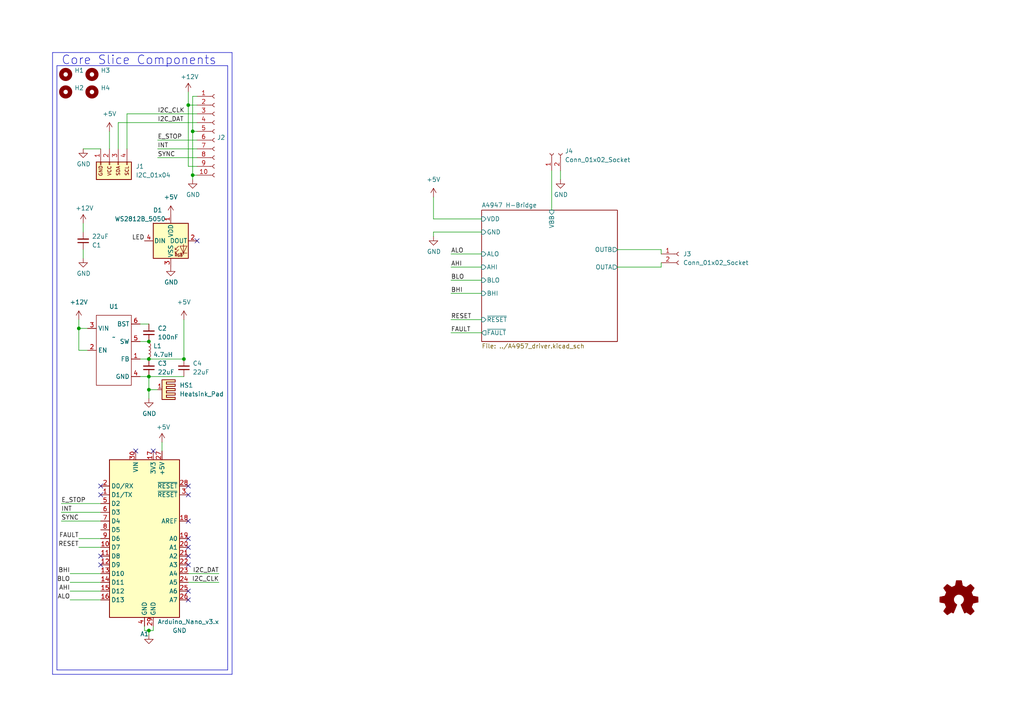
<source format=kicad_sch>
(kicad_sch (version 20231120) (generator "eeschema") (generator_version "8.0")
  (paper "A4")
  (lib_symbols
    (symbol "Connector:Conn_01x02_Socket" (pin_names (offset 1.016) hide)
      (property "Reference" "J" (at 0 2.54 0))
      (property "Value" "Conn_01x02_Socket" (at 0 -5.08 0))
      (symbol "Conn_01x02_Socket_1_1"
        (arc (start 0 -2.032) (mid -0.5058 -2.54) (end 0 -3.048) (stroke (width 0.1524)))
        (polyline (pts (xy -1.27 -2.54) (xy -0.508 -2.54)) (stroke (width 0.1524)))
        (polyline (pts (xy -1.27 0) (xy -0.508 0)) (stroke (width 0.1524)))
        (arc (start 0 0.508) (mid -0.5058 0) (end 0 -0.508) (stroke (width 0.1524)))
        (pin passive line (at -5.08 0 0) (length 3.81) (name "Pin_1") (number "1"))
        (pin passive line (at -5.08 -2.54 0) (length 3.81) (name "Pin_2") (number "2"))
      )
    )
    (symbol "Connector:Conn_01x10_Female" (pin_names (offset 1.016) hide)
      (property "Reference" "J" (at 0 12.7 0))
      (property "Value" "Conn_01x10_Female" (at 0 -15.24 0))
      (symbol "Conn_01x10_Female_1_1"
        (arc (start 0 -12.192) (mid -0.5058 -12.7) (end 0 -13.208) (stroke (width 0.1524)))
        (arc (start 0 -9.652) (mid -0.5058 -10.16) (end 0 -10.668) (stroke (width 0.1524)))
        (arc (start 0 -7.112) (mid -0.5058 -7.62) (end 0 -8.128) (stroke (width 0.1524)))
        (arc (start 0 -4.572) (mid -0.5058 -5.08) (end 0 -5.588) (stroke (width 0.1524)))
        (arc (start 0 -2.032) (mid -0.5058 -2.54) (end 0 -3.048) (stroke (width 0.1524)))
        (polyline (pts (xy -1.27 -12.7) (xy -0.508 -12.7)) (stroke (width 0.1524)))
        (polyline (pts (xy -1.27 -10.16) (xy -0.508 -10.16)) (stroke (width 0.1524)))
        (polyline (pts (xy -1.27 -7.62) (xy -0.508 -7.62)) (stroke (width 0.1524)))
        (polyline (pts (xy -1.27 -5.08) (xy -0.508 -5.08)) (stroke (width 0.1524)))
        (polyline (pts (xy -1.27 -2.54) (xy -0.508 -2.54)) (stroke (width 0.1524)))
        (polyline (pts (xy -1.27 0) (xy -0.508 0)) (stroke (width 0.1524)))
        (polyline (pts (xy -1.27 2.54) (xy -0.508 2.54)) (stroke (width 0.1524)))
        (polyline (pts (xy -1.27 5.08) (xy -0.508 5.08)) (stroke (width 0.1524)))
        (polyline (pts (xy -1.27 7.62) (xy -0.508 7.62)) (stroke (width 0.1524)))
        (polyline (pts (xy -1.27 10.16) (xy -0.508 10.16)) (stroke (width 0.1524)))
        (arc (start 0 0.508) (mid -0.5058 0) (end 0 -0.508) (stroke (width 0.1524)))
        (arc (start 0 3.048) (mid -0.5058 2.54) (end 0 2.032) (stroke (width 0.1524)))
        (arc (start 0 5.588) (mid -0.5058 5.08) (end 0 4.572) (stroke (width 0.1524)))
        (arc (start 0 8.128) (mid -0.5058 7.62) (end 0 7.112) (stroke (width 0.1524)))
        (arc (start 0 10.668) (mid -0.5058 10.16) (end 0 9.652) (stroke (width 0.1524)))
        (pin passive line (at -5.08 10.16 0) (length 3.81) (name "Pin_1") (number "1"))
        (pin passive line (at -5.08 -12.7 0) (length 3.81) (name "Pin_10") (number "10"))
        (pin passive line (at -5.08 7.62 0) (length 3.81) (name "Pin_2") (number "2"))
        (pin passive line (at -5.08 5.08 0) (length 3.81) (name "Pin_3") (number "3"))
        (pin passive line (at -5.08 2.54 0) (length 3.81) (name "Pin_4") (number "4"))
        (pin passive line (at -5.08 0 0) (length 3.81) (name "Pin_5") (number "5"))
        (pin passive line (at -5.08 -2.54 0) (length 3.81) (name "Pin_6") (number "6"))
        (pin passive line (at -5.08 -5.08 0) (length 3.81) (name "Pin_7") (number "7"))
        (pin passive line (at -5.08 -7.62 0) (length 3.81) (name "Pin_8") (number "8"))
        (pin passive line (at -5.08 -10.16 0) (length 3.81) (name "Pin_9") (number "9"))
      )
    )
    (symbol "Device:C_Small" (pin_numbers hide) (pin_names (offset 0.254) hide)
      (property "Reference" "C" (at 0.254 1.778 0))
      (property "Value" "C_Small" (at 0.254 -2.032 0))
      (symbol "C_Small_0_1"
        (polyline (pts (xy -1.524 -0.508) (xy 1.524 -0.508)) (stroke (width 0.3302)))
        (polyline (pts (xy -1.524 0.508) (xy 1.524 0.508)) (stroke (width 0.3048)))
      )
      (symbol "C_Small_1_1"
        (pin passive line (at 0 2.54 270) (length 2.032) (name "~") (number "1"))
        (pin passive line (at 0 -2.54 90) (length 2.032) (name "~") (number "2"))
      )
    )
    (symbol "Device:L_Small" (pin_numbers hide) (pin_names (offset 0.254) hide)
      (property "Reference" "L" (at 0.762 1.016 0))
      (property "Value" "L_Small" (at 0.762 -1.016 0))
      (symbol "L_Small_0_1"
        (arc (start 0 -2.032) (mid 0.5058 -1.524) (end 0 -1.016))
        (arc (start 0 -1.016) (mid 0.5058 -0.508) (end 0 0))
        (arc (start 0 0) (mid 0.5058 0.508) (end 0 1.016))
        (arc (start 0 1.016) (mid 0.5058 1.524) (end 0 2.032))
      )
      (symbol "L_Small_1_1"
        (pin passive line (at 0 2.54 270) (length 0.508) (name "~") (number "1"))
        (pin passive line (at 0 -2.54 90) (length 0.508) (name "~") (number "2"))
      )
    )
    (symbol "Graphic:Logo_Open_Hardware_Small" (pin_names (offset 1.016))
      (symbol "Logo_Open_Hardware_Small_0_1"
        (polyline (pts (xy 3.3528 -4.3434) (xy 3.302 -4.318) (xy 3.175 -4.2418) (xy 2.9972 -4.1148) (xy 2.7686 -3.9624) (xy 2.54 -3.81) (xy 2.3622 -3.7084) (xy 2.2352 -3.6068) (xy 2.1844 -3.5814) (xy 2.159 -3.6068) (xy 2.0574 -3.6576) (xy 1.905 -3.7338) (xy 1.8034 -3.7846) (xy 1.6764 -3.8354) (xy 1.6002 -3.8354) (xy 1.6002 -3.8354) (xy 1.5494 -3.7338) (xy 1.4732 -3.5306) (xy 1.3462 -3.302) (xy 1.2446 -3.0226) (xy 1.1176 -2.7178) (xy 0.9652 -2.413) (xy 0.8636 -2.1082) (xy 0.7366 -1.8288) (xy 0.6604 -1.6256) (xy 0.6096 -1.4732) (xy 0.5842 -1.397) (xy 0.5842 -1.397) (xy 0.6604 -1.3208) (xy 0.7874 -1.2446) (xy 1.0414 -1.016) (xy 1.2954 -0.6858) (xy 1.4478 -0.3302) (xy 1.524 0.0762) (xy 1.4732 0.4572) (xy 1.3208 0.8128) (xy 1.0668 1.143) (xy 0.762 1.3716) (xy 0.4064 1.524) (xy 0 1.5748) (xy -0.381 1.5494) (xy -0.7366 1.397) (xy -1.0668 1.143) (xy -1.2192 0.9906) (xy -1.397 0.6604) (xy -1.524 0.3048) (xy -1.524 0.2286) (xy -1.4986 -0.1778) (xy -1.397 -0.5334) (xy -1.1938 -0.8636) (xy -0.9144 -1.143) (xy -0.8636 -1.1684) (xy -0.7366 -1.27) (xy -0.635 -1.3462) (xy -0.5842 -1.397) (xy -1.0668 -2.5908) (xy -1.143 -2.794) (xy -1.2954 -3.1242) (xy -1.397 -3.4036) (xy -1.4986 -3.6322) (xy -1.5748 -3.7846) (xy -1.6002 -3.8354) (xy -1.6002 -3.8354) (xy -1.651 -3.8354) (xy -1.7272 -3.81) (xy -1.905 -3.7338) (xy -2.0066 -3.683) (xy -2.1336 -3.6068) (xy -2.2098 -3.5814) (xy -2.2606 -3.6068) (xy -2.3622 -3.683) (xy -2.54 -3.81) (xy -2.7686 -3.9624) (xy -2.9718 -4.0894) (xy -3.1496 -4.2164) (xy -3.302 -4.318) (xy -3.3528 -4.3434) (xy -3.3782 -4.3434) (xy -3.429 -4.318) (xy -3.5306 -4.2164) (xy -3.7084 -4.064) (xy -3.937 -3.8354) (xy -3.9624 -3.81) (xy -4.1656 -3.6068) (xy -4.318 -3.4544) (xy -4.4196 -3.3274) (xy -4.445 -3.2766) (xy -4.445 -3.2766) (xy -4.4196 -3.2258) (xy -4.318 -3.0734) (xy -4.2164 -2.8956) (xy -4.064 -2.667) (xy -3.6576 -2.0828) (xy -3.8862 -1.5494) (xy -3.937 -1.3716) (xy -4.0386 -1.1684) (xy -4.0894 -1.0414) (xy -4.1148 -0.9652) (xy -4.191 -0.9398) (xy -4.318 -0.9144) (xy -4.5466 -0.8636) (xy -4.8006 -0.8128) (xy -5.0546 -0.7874) (xy -5.2578 -0.7366) (xy -5.4356 -0.7112) (xy -5.5118 -0.6858) (xy -5.5118 -0.6858) (xy -5.5372 -0.635) (xy -5.5372 -0.5588) (xy -5.5372 -0.4318) (xy -5.5626 -0.2286) (xy -5.5626 0.0762) (xy -5.5626 0.127) (xy -5.5372 0.4064) (xy -5.5372 0.635) (xy -5.5372 0.762) (xy -5.5372 0.8382) (xy -5.5372 0.8382) (xy -5.461 0.8382) (xy -5.3086 0.889) (xy -5.08 0.9144) (xy -4.826 0.9652) (xy -4.8006 0.9906) (xy -4.5466 1.0414) (xy -4.318 1.0668) (xy -4.1656 1.1176) (xy -4.0894 1.143) (xy -4.0894 1.143) (xy -4.0386 1.2446) (xy -3.9624 1.4224) (xy -3.8608 1.6256) (xy -3.7846 1.8288) (xy -3.7084 2.0066) (xy -3.6576 2.159) (xy -3.6322 2.2098) (xy -3.6322 2.2098) (xy -3.683 2.286) (xy -3.7592 2.413) (xy -3.8862 2.5908) (xy -4.064 2.8194) (xy -4.064 2.8448) (xy -4.2164 3.0734) (xy -4.3434 3.2512) (xy -4.4196 3.3782) (xy -4.445 3.4544) (xy -4.445 3.4544) (xy -4.3942 3.5052) (xy -4.2926 3.6322) (xy -4.1148 3.81) (xy -3.937 4.0132) (xy -3.8608 4.064) (xy -3.6576 4.2926) (xy -3.5052 4.4196) (xy -3.4036 4.4958) (xy -3.3528 4.5212) (xy -3.3528 4.5212) (xy -3.302 4.4704) (xy -3.1496 4.3688) (xy -2.9718 4.2418) (xy -2.7432 4.0894) (xy -2.7178 4.0894) (xy -2.4892 3.937) (xy -2.3114 3.81) (xy -2.1844 3.7084) (xy -2.1336 3.683) (xy -2.1082 3.683) (xy -2.032 3.7084) (xy -1.8542 3.7592) (xy -1.6764 3.8354) (xy -1.4732 3.937) (xy -1.27 4.0132) (xy -1.143 4.064) (xy -1.0668 4.1148) (xy -1.0668 4.1148) (xy -1.0414 4.191) (xy -1.016 4.3434) (xy -0.9652 4.572) (xy -0.9144 4.8514) (xy -0.889 4.9022) (xy -0.8382 5.1562) (xy -0.8128 5.3848) (xy -0.7874 5.5372) (xy -0.762 5.588) (xy -0.7112 5.6134) (xy -0.5842 5.6134) (xy -0.4064 5.6134) (xy -0.1524 5.6134) (xy 0.0762 5.6134) (xy 0.3302 5.6134) (xy 0.5334 5.6134) (xy 0.6858 5.588) (xy 0.7366 5.588) (xy 0.7366 5.588) (xy 0.762 5.5118) (xy 0.8128 5.334) (xy 0.8382 5.1054) (xy 0.9144 4.826) (xy 0.9144 4.7752) (xy 0.9652 4.5212) (xy 1.016 4.2926) (xy 1.0414 4.1402) (xy 1.0668 4.0894) (xy 1.0668 4.0894) (xy 1.1938 4.0386) (xy 1.3716 3.9624) (xy 1.5748 3.8608) (xy 2.0828 3.6576) (xy 2.7178 4.0894) (xy 2.7686 4.1402) (xy 2.9972 4.2926) (xy 3.175 4.4196) (xy 3.302 4.4958) (xy 3.3782 4.5212) (xy 3.3782 4.5212) (xy 3.429 4.4704) (xy 3.556 4.3434) (xy 3.7338 4.191) (xy 3.9116 3.9878) (xy 4.064 3.8354) (xy 4.2418 3.6576) (xy 4.3434 3.556) (xy 4.4196 3.4798) (xy 4.4196 3.429) (xy 4.4196 3.4036) (xy 4.3942 3.3274) (xy 4.2926 3.2004) (xy 4.1656 2.9972) (xy 4.0132 2.794) (xy 3.8862 2.5908) (xy 3.7592 2.3876) (xy 3.6576 2.2352) (xy 3.6322 2.159) (xy 3.6322 2.1336) (xy 3.683 2.0066) (xy 3.7592 1.8288) (xy 3.8608 1.6002) (xy 4.064 1.1176) (xy 4.3942 1.0414) (xy 4.5974 1.016) (xy 4.8768 0.9652) (xy 5.1308 0.9144) (xy 5.5372 0.8382) (xy 5.5626 -0.6604) (xy 5.4864 -0.6858) (xy 5.4356 -0.6858) (xy 5.2832 -0.7366) (xy 5.0546 -0.762) (xy 4.8006 -0.8128) (xy 4.5974 -0.8636) (xy 4.3688 -0.9144) (xy 4.2164 -0.9398) (xy 4.1402 -0.9398) (xy 4.1148 -0.9652) (xy 4.064 -1.0668) (xy 3.9878 -1.2446) (xy 3.9116 -1.4478) (xy 3.81 -1.651) (xy 3.7338 -1.8542) (xy 3.683 -2.0066) (xy 3.6576 -2.0828) (xy 3.683 -2.1336) (xy 3.7846 -2.2606) (xy 3.8862 -2.4638) (xy 4.0386 -2.667) (xy 4.191 -2.8956) (xy 4.318 -3.0734) (xy 4.3942 -3.2004) (xy 4.445 -3.2766) (xy 4.4196 -3.3274) (xy 4.3434 -3.429) (xy 4.1656 -3.5814) (xy 3.937 -3.8354) (xy 3.8862 -3.8608) (xy 3.683 -4.064) (xy 3.5306 -4.2164) (xy 3.4036 -4.318) (xy 3.3528 -4.3434)) (fill (type outline)))
      )
    )
    (symbol "MCU_Module:Arduino_Nano_v3.x"
      (property "Reference" "A" (at -10.16 23.495 0))
      (property "Value" "Arduino_Nano_v3.x" (at 5.08 -24.13 0))
      (symbol "Arduino_Nano_v3.x_0_1"
        (rectangle (start -10.16 22.86) (end 10.16 -22.86) (stroke (width 0.254)) (fill (type background)))
      )
      (symbol "Arduino_Nano_v3.x_1_1"
        (pin bidirectional line (at -12.7 12.7 0) (length 2.54) (name "D1/TX") (number "1"))
        (pin bidirectional line (at -12.7 -2.54 0) (length 2.54) (name "D7") (number "10"))
        (pin bidirectional line (at -12.7 -5.08 0) (length 2.54) (name "D8") (number "11"))
        (pin bidirectional line (at -12.7 -7.62 0) (length 2.54) (name "D9") (number "12"))
        (pin bidirectional line (at -12.7 -10.16 0) (length 2.54) (name "D10") (number "13"))
        (pin bidirectional line (at -12.7 -12.7 0) (length 2.54) (name "D11") (number "14"))
        (pin bidirectional line (at -12.7 -15.24 0) (length 2.54) (name "D12") (number "15"))
        (pin bidirectional line (at -12.7 -17.78 0) (length 2.54) (name "D13") (number "16"))
        (pin power_out line (at 2.54 25.4 270) (length 2.54) (name "3V3") (number "17"))
        (pin input line (at 12.7 5.08 180) (length 2.54) (name "AREF") (number "18"))
        (pin bidirectional line (at 12.7 0 180) (length 2.54) (name "A0") (number "19"))
        (pin bidirectional line (at -12.7 15.24 0) (length 2.54) (name "D0/RX") (number "2"))
        (pin bidirectional line (at 12.7 -2.54 180) (length 2.54) (name "A1") (number "20"))
        (pin bidirectional line (at 12.7 -5.08 180) (length 2.54) (name "A2") (number "21"))
        (pin bidirectional line (at 12.7 -7.62 180) (length 2.54) (name "A3") (number "22"))
        (pin bidirectional line (at 12.7 -10.16 180) (length 2.54) (name "A4") (number "23"))
        (pin bidirectional line (at 12.7 -12.7 180) (length 2.54) (name "A5") (number "24"))
        (pin bidirectional line (at 12.7 -15.24 180) (length 2.54) (name "A6") (number "25"))
        (pin bidirectional line (at 12.7 -17.78 180) (length 2.54) (name "A7") (number "26"))
        (pin power_out line (at 5.08 25.4 270) (length 2.54) (name "+5V") (number "27"))
        (pin input line (at 12.7 15.24 180) (length 2.54) (name "~{RESET}") (number "28"))
        (pin power_in line (at 2.54 -25.4 90) (length 2.54) (name "GND") (number "29"))
        (pin input line (at 12.7 12.7 180) (length 2.54) (name "~{RESET}") (number "3"))
        (pin power_in line (at -2.54 25.4 270) (length 2.54) (name "VIN") (number "30"))
        (pin power_in line (at 0 -25.4 90) (length 2.54) (name "GND") (number "4"))
        (pin bidirectional line (at -12.7 10.16 0) (length 2.54) (name "D2") (number "5"))
        (pin bidirectional line (at -12.7 7.62 0) (length 2.54) (name "D3") (number "6"))
        (pin bidirectional line (at -12.7 5.08 0) (length 2.54) (name "D4") (number "7"))
        (pin bidirectional line (at -12.7 2.54 0) (length 2.54) (name "D5") (number "8"))
        (pin bidirectional line (at -12.7 0 0) (length 2.54) (name "D6") (number "9"))
      )
    )
    (symbol "Mechanical:Heatsink_Pad" (pin_names (offset 0))
      (property "Reference" "HS" (at 0 5.715 0))
      (property "Value" "Heatsink_Pad" (at 0 3.81 0))
      (symbol "Heatsink_Pad_0_1"
        (polyline (pts (xy -0.3302 0) (xy -0.9652 0) (xy -0.9652 2.54) (xy -1.6002 2.54) (xy -1.6002 0) (xy -2.2352 0) (xy -2.2352 2.54) (xy -2.8702 2.54) (xy -2.8702 -1.27) (xy -0.9652 -1.27)) (stroke (width 0.254)) (fill (type background)))
        (polyline (pts (xy -0.3302 0) (xy -0.3302 2.54) (xy 0.3048 2.54) (xy 0.3048 0) (xy 0.9398 0) (xy 0.9398 2.54) (xy 1.5748 2.54) (xy 1.5748 0) (xy 2.2098 0) (xy 2.2098 2.54) (xy 2.8448 2.54) (xy 2.8448 -1.27) (xy -0.9652 -1.27)) (stroke (width 0.254)) (fill (type background)))
      )
      (symbol "Heatsink_Pad_1_1"
        (pin passive line (at 0 -2.54 90) (length 1.27) (name "~") (number "1"))
      )
    )
    (symbol "Mechanical:MountingHole" (pin_names (offset 1.016))
      (property "Reference" "H" (at 0 5.08 0))
      (property "Value" "MountingHole" (at 0 3.175 0))
      (symbol "MountingHole_0_1"
        (circle (center 0 0) (radius 1.27) (stroke (width 1.27)))
      )
    )
    (symbol "SparkFun-Connector:I2C_01x04" (pin_names (offset 1.016) hide)
      (property "Reference" "J" (at 0 5.08 0))
      (property "Value" "I2C_01x04" (at 0 -7.62 0))
      (symbol "I2C_01x04_1_1"
        (rectangle (start -1.27 -4.953) (end -0.508 -5.207) (stroke (width 0.1524)))
        (rectangle (start -1.27 -2.413) (end -0.508 -2.667) (stroke (width 0.1524)))
        (rectangle (start -1.27 0.127) (end -0.508 -0.127) (stroke (width 0.1524)))
        (rectangle (start -1.27 2.667) (end -0.508 2.413) (stroke (width 0.1524)))
        (rectangle (start -1.27 3.81) (end 3.81 -6.35) (stroke (width 0.254)) (fill (type background)))
        (text "GND" (at 1.27 -5.08 0) (effects (font (size 1 1))))
        (text "SCL" (at 1.27 2.54 0) (effects (font (size 1 1))))
        (text "SDA" (at 1.27 0 0) (effects (font (size 1 1))))
        (text "VCC" (at 1.27 -2.54 0) (effects (font (size 1 1))))
        (pin passive line (at -5.08 -5.08 0) (length 3.81) (name "Pin_1") (number "1"))
        (pin passive line (at -5.08 -2.54 0) (length 3.81) (name "Pin_2") (number "2"))
        (pin passive line (at -5.08 0 0) (length 3.81) (name "Pin_3") (number "3"))
        (pin passive line (at -5.08 2.54 0) (length 3.81) (name "Pin_4") (number "4"))
      )
    )
    (symbol "SparkFun-DiscreteSemi:AP63205"
      (property "Reference" "U" (at 0 7.62 0))
      (symbol "AP63205_0_1"
        (rectangle (start -5.08 6.35) (end 5.08 -13.97))
      )
      (symbol "AP63205_1_1"
        (pin input line (at 7.62 -6.35 180) (length 2.54) (name "FB") (number "1"))
        (pin input line (at -7.62 -3.81 0) (length 2.54) (name "EN") (number "2"))
        (pin input line (at -7.62 2.54 0) (length 2.54) (name "VIN") (number "3"))
        (pin input line (at 7.62 -11.43 180) (length 2.54) (name "GND") (number "4"))
        (pin input line (at 7.62 -1.27 180) (length 2.54) (name "SW") (number "5"))
        (pin input line (at 7.62 3.81 180) (length 2.54) (name "BST") (number "6"))
      )
    )
    (symbol "SparkFun-LED:WS2812B_5050" (pin_names (offset 0.254))
      (property "Reference" "D" (at 5.08 5.715 0))
      (property "Value" "WS2812B_5050" (at 1.27 -5.715 0))
      (symbol "WS2812B_5050_0_0"
        (text "RGB" (at 2.286 -4.191 0) (effects (font (size 0.762 0.762))))
      )
      (symbol "WS2812B_5050_0_1"
        (polyline (pts (xy 1.27 -3.556) (xy 1.778 -3.556)))
        (polyline (pts (xy 1.27 -2.54) (xy 1.778 -2.54)))
        (polyline (pts (xy 4.699 -3.556) (xy 2.667 -3.556)))
        (polyline (pts (xy 2.286 -2.54) (xy 1.27 -3.556) (xy 1.27 -3.048)))
        (polyline (pts (xy 2.286 -1.524) (xy 1.27 -2.54) (xy 1.27 -2.032)))
        (polyline (pts (xy 3.683 -1.016) (xy 3.683 -3.556) (xy 3.683 -4.064)))
        (polyline (pts (xy 4.699 -1.524) (xy 2.667 -1.524) (xy 3.683 -3.556) (xy 4.699 -1.524)))
        (rectangle (start 5.08 5.08) (end -5.08 -5.08) (stroke (width 0.254)) (fill (type background)))
      )
      (symbol "WS2812B_5050_1_1"
        (pin power_in line (at 0 7.62 270) (length 2.54) (name "VDD") (number "1"))
        (pin output line (at 7.62 0 180) (length 2.54) (name "DOUT") (number "2"))
        (pin power_in line (at 0 -7.62 90) (length 2.54) (name "VSS") (number "3"))
        (pin input line (at -7.62 0 0) (length 2.54) (name "DIN") (number "4"))
      )
    )
    (symbol "power:+12V" (power) (pin_names (offset 0))
      (property "Value" "+12V" (at 0 3.556 0))
      (symbol "+12V_0_1"
        (polyline (pts (xy -0.762 1.27) (xy 0 2.54)))
        (polyline (pts (xy 0 0) (xy 0 2.54)))
        (polyline (pts (xy 0 2.54) (xy 0.762 1.27)))
      )
      (symbol "+12V_1_1"
        (pin power_in line (at 0 0 90) (length 0) hide (name "+12V") (number "1"))
      )
    )
    (symbol "power:+5V" (power) (pin_names (offset 0))
      (property "Value" "+5V" (at 0 3.556 0))
      (symbol "+5V_0_1"
        (polyline (pts (xy -0.762 1.27) (xy 0 2.54)))
        (polyline (pts (xy 0 0) (xy 0 2.54)))
        (polyline (pts (xy 0 2.54) (xy 0.762 1.27)))
      )
      (symbol "+5V_1_1"
        (pin power_in line (at 0 0 90) (length 0) hide (name "+5V") (number "1"))
      )
    )
    (symbol "power:GND" (power) (pin_names (offset 0))
      (property "Value" "GND" (at 0 -3.81 0))
      (symbol "GND_0_1"
        (polyline (pts (xy 0 0) (xy 0 -1.27) (xy 1.27 -1.27) (xy 0 -2.54) (xy -1.27 -1.27) (xy 0 -1.27)))
      )
      (symbol "GND_1_1"
        (pin power_in line (at 0 0 270) (length 0) hide (name "GND") (number "1"))
      )
    )
  )
  (junction (at 54.61 30.48))
  (junction (at 43.18 109.22))
  (junction (at 55.88 50.8))
  (junction (at 43.18 99.06))
  (junction (at 43.18 113.03))
  (junction (at 43.18 104.14))
  (junction (at 22.86 95.25))
  (junction (at 53.34 104.14))
  (junction (at 55.88 38.1))
  (junction (at 43.18 182.88))
  (no_connect (at 39.37 130.81))
  (no_connect (at 54.61 171.45))
  (no_connect (at 29.21 161.29))
  (no_connect (at 29.21 143.51))
  (no_connect (at 54.61 161.29))
  (no_connect (at 54.61 173.99))
  (no_connect (at 54.61 140.97))
  (no_connect (at 54.61 158.75))
  (no_connect (at 54.61 156.21))
  (no_connect (at 54.61 151.13))
  (no_connect (at 29.21 140.97))
  (no_connect (at 54.61 143.51))
  (no_connect (at 44.45 130.81))
  (no_connect (at 29.21 163.83))
  (no_connect (at 54.61 163.83))
  (no_connect (at 57.15 69.85))
  (wire (pts (xy 54.61 30.48) (xy 57.15 30.48)))
  (wire (pts (xy 54.61 26.67) (xy 54.61 30.48)))
  (wire (pts (xy 22.86 156.21) (xy 29.21 156.21)))
  (polyline (pts (xy 15.24 195.58) (xy 67.31 195.58)))
  (wire (pts (xy 41.91 181.61) (xy 41.91 182.88)))
  (wire (pts (xy 22.86 95.25) (xy 25.4 95.25)))
  (wire (pts (xy 40.64 109.22) (xy 43.18 109.22)))
  (wire (pts (xy 130.81 73.66) (xy 139.7 73.66)))
  (wire (pts (xy 36.83 33.02) (xy 57.15 33.02)))
  (wire (pts (xy 43.18 104.14) (xy 53.34 104.14)))
  (wire (pts (xy 179.07 77.47) (xy 191.77 77.47)))
  (wire (pts (xy 43.18 115.57) (xy 43.18 113.03)))
  (wire (pts (xy 40.64 99.06) (xy 43.18 99.06)))
  (wire (pts (xy 130.81 81.28) (xy 139.7 81.28)))
  (wire (pts (xy 57.15 50.8) (xy 55.88 50.8)))
  (wire (pts (xy 24.13 72.39) (xy 24.13 74.93)))
  (wire (pts (xy 57.15 48.26) (xy 54.61 48.26)))
  (wire (pts (xy 29.21 146.05) (xy 17.78 146.05)))
  (wire (pts (xy 36.83 43.18) (xy 36.83 33.02)))
  (wire (pts (xy 34.29 43.18) (xy 34.29 35.56)))
  (wire (pts (xy 20.32 166.37) (xy 29.21 166.37)))
  (wire (pts (xy 43.18 182.88) (xy 44.45 182.88)))
  (polyline (pts (xy 15.24 15.24) (xy 15.24 195.58)))
  (wire (pts (xy 40.64 93.98) (xy 43.18 93.98)))
  (wire (pts (xy 20.32 171.45) (xy 29.21 171.45)))
  (wire (pts (xy 45.72 43.18) (xy 57.15 43.18)))
  (wire (pts (xy 162.56 49.53) (xy 162.56 52.07)))
  (wire (pts (xy 44.45 182.88) (xy 44.45 181.61)))
  (wire (pts (xy 46.99 128.27) (xy 46.99 130.81)))
  (wire (pts (xy 55.88 52.07) (xy 55.88 50.8)))
  (wire (pts (xy 130.81 85.09) (xy 139.7 85.09)))
  (wire (pts (xy 125.73 67.31) (xy 139.7 67.31)))
  (polyline (pts (xy 66.04 19.05) (xy 16.51 19.05)))
  (wire (pts (xy 55.88 27.94) (xy 57.15 27.94)))
  (wire (pts (xy 191.77 77.47) (xy 191.77 76.2)))
  (wire (pts (xy 53.34 104.14) (xy 53.34 92.71)))
  (wire (pts (xy 55.88 38.1) (xy 55.88 27.94)))
  (wire (pts (xy 139.7 63.5) (xy 125.73 63.5)))
  (wire (pts (xy 24.13 43.18) (xy 29.21 43.18)))
  (wire (pts (xy 130.81 92.71) (xy 139.7 92.71)))
  (wire (pts (xy 45.72 45.72) (xy 57.15 45.72)))
  (wire (pts (xy 17.78 148.59) (xy 29.21 148.59)))
  (wire (pts (xy 57.15 38.1) (xy 55.88 38.1)))
  (polyline (pts (xy 16.51 194.31) (xy 66.04 194.31)))
  (wire (pts (xy 22.86 92.71) (xy 22.86 95.25)))
  (wire (pts (xy 45.72 113.03) (xy 43.18 113.03)))
  (wire (pts (xy 191.77 72.39) (xy 191.77 73.66)))
  (wire (pts (xy 55.88 50.8) (xy 55.88 38.1)))
  (wire (pts (xy 22.86 101.6) (xy 25.4 101.6)))
  (wire (pts (xy 130.81 77.47) (xy 139.7 77.47)))
  (polyline (pts (xy 16.51 19.05) (xy 16.51 194.31)))
  (wire (pts (xy 179.07 72.39) (xy 191.77 72.39)))
  (wire (pts (xy 43.18 113.03) (xy 43.18 109.22)))
  (wire (pts (xy 31.75 38.1) (xy 31.75 43.18)))
  (polyline (pts (xy 67.31 15.24) (xy 15.24 15.24)))
  (wire (pts (xy 41.91 182.88) (xy 43.18 182.88)))
  (polyline (pts (xy 67.31 195.58) (xy 67.31 15.24)))
  (wire (pts (xy 22.86 158.75) (xy 29.21 158.75)))
  (wire (pts (xy 160.02 49.53) (xy 160.02 60.96)))
  (wire (pts (xy 20.32 173.99) (xy 29.21 173.99)))
  (wire (pts (xy 54.61 168.91) (xy 63.5 168.91)))
  (polyline (pts (xy 66.04 194.31) (xy 66.04 19.05)))
  (wire (pts (xy 63.5 166.37) (xy 54.61 166.37)))
  (wire (pts (xy 17.78 151.13) (xy 29.21 151.13)))
  (wire (pts (xy 40.64 104.14) (xy 43.18 104.14)))
  (wire (pts (xy 125.73 63.5) (xy 125.73 57.15)))
  (wire (pts (xy 125.73 68.58) (xy 125.73 67.31)))
  (wire (pts (xy 20.32 168.91) (xy 29.21 168.91)))
  (wire (pts (xy 24.13 64.77) (xy 24.13 67.31)))
  (wire (pts (xy 34.29 35.56) (xy 57.15 35.56)))
  (wire (pts (xy 22.86 101.6) (xy 22.86 95.25)))
  (wire (pts (xy 43.18 109.22) (xy 53.34 109.22)))
  (wire (pts (xy 43.18 182.88) (xy 43.18 184.15)))
  (wire (pts (xy 57.15 40.64) (xy 45.72 40.64)))
  (wire (pts (xy 54.61 48.26) (xy 54.61 30.48)))
  (wire (pts (xy 130.81 96.52) (xy 139.7 96.52)))
  (text "Core Slice Components" (at 17.78 19.05 0) (effects (font (size 2.54 2.54)) (justify left bottom)))
  (label "INT" (at 17.78 148.59 0))
  (label "I2C_DAT" (at 63.5 166.37 180))
  (label "BLO" (at 130.81 81.28 0))
  (label "LED" (at 41.91 69.85 180))
  (label "FAULT" (at 22.86 156.21 180))
  (label "BLO" (at 20.32 168.91 180))
  (label "FAULT" (at 130.81 96.52 0))
  (label "RESET" (at 130.81 92.71 0))
  (label "E_STOP" (at 17.78 146.05 0))
  (label "I2C_DAT" (at 45.72 35.56 0))
  (label "AHI" (at 130.81 77.47 0))
  (label "INT" (at 45.72 43.18 0))
  (label "I2C_CLK" (at 45.72 33.02 0))
  (label "SYNC" (at 17.78 151.13 0))
  (label "RESET" (at 22.86 158.75 180))
  (label "AHI" (at 20.32 171.45 180))
  (label "E_STOP" (at 45.72 40.64 0))
  (label "ALO" (at 20.32 173.99 180))
  (label "BHI" (at 20.32 166.37 180))
  (label "SYNC" (at 45.72 45.72 0))
  (label "BHI" (at 130.81 85.09 0))
  (label "ALO" (at 130.81 73.66 0))
  (label "I2C_CLK" (at 63.5 168.91 180))
  (symbol (lib_id "Graphic:Logo_Open_Hardware_Small") (at 278.13 173.99 0) (unit 1)
    (property "Reference" "Logo1" (effects (hide yes)))
    (property "Value" "Logo_Open_Hardware_Small" (effects (hide yes)))
    (property "Footprint" "Symbol:OSHW-Symbol_6.7x6mm_SilkScreen" (effects (hide yes)))
  )
  (symbol (lib_id "Connector:Conn_01x02_Socket") (at 160.02 44.45 90) (unit 1)
    (property "Reference" "J4" (at 163.83 43.8149 90) (effects (justify right)))
    (property "Value" "Conn_01x02_Socket" (at 163.83 46.3549 90) (effects (justify right)))
    (property "Description" "Generic connector, single row, 01x02, script generated" (effects (hide yes)))
  )
  (symbol (lib_id "Mechanical:MountingHole") (at 26.67 26.67 0) (unit 1)
    (property "Reference" "H4" (at 29.21 25.5016 0) (effects (justify left)))
    (property "Value" "MountingHole" (effects (hide yes)))
    (property "Footprint" "MountingHole:MountingHole_5mm" (effects (hide yes)))
  )
  (symbol (lib_id "SparkFun-Connector:I2C_01x04") (at 34.29 48.26 270) (unit 1)
    (property "Reference" "J1" (at 39.37 48.26 90) (effects (justify left)))
    (property "Value" "I2C_01x04" (at 39.37 50.8 90) (effects (justify left)))
    (property "Footprint" "Connector_JST:JST_SH_SM04B-SRSS-TB_1x04-1MP_P1.00mm_Horizontal" (effects (hide yes)))
  )
  (symbol (lib_id "MCU_Module:Arduino_Nano_v3.x") (at 41.91 156.21 0) (unit 1)
    (property "Reference" "A1" (at 41.91 183.8706 0))
    (property "Value" "Arduino_Nano_v3.x" (at 54.61 180.34 0))
    (property "Footprint" "Module:Arduino_Nano" (effects (hide yes)))
    (property "Datasheet" "http://www.mouser.com/pdfdocs/Gravitech_Arduino_Nano3_0.pdf" (effects (hide yes)))
  )
  (symbol (lib_id "power:GND") (at 49.53 77.47 0) (unit 1)
    (property "Reference" "#PWR010" (effects (hide yes)))
    (property "Value" "GND" (at 49.657 81.8642 0))
  )
  (symbol (lib_id "Device:C_Small") (at 43.18 106.68 180) (unit 1)
    (property "Reference" "C3" (at 45.72 105.4036 0) (effects (justify right)))
    (property "Value" "22uF" (at 45.72 107.9436 0) (effects (justify right)))
    (property "Footprint" "Capacitor_SMD:C_1206_3216Metric" (effects (hide yes)))
  )
  (symbol (lib_id "power:GND") (at 43.18 184.15 0) (unit 1)
    (property "Reference" "#PWR07" (effects (hide yes)))
    (property "Value" "GND" (at 52.07 182.88 0))
  )
  (symbol (lib_id "Device:C_Small") (at 24.13 69.85 0) (mirror x) (unit 1)
    (property "Reference" "C1" (at 26.67 71.1137 0) (effects (justify left)))
    (property "Value" "22uF" (at 26.67 68.5737 0) (effects (justify left)))
    (property "Footprint" "Capacitor_SMD:C_1206_3216Metric" (effects (hide yes)))
  )
  (symbol (lib_id "power:GND") (at 43.18 115.57 0) (unit 1)
    (property "Reference" "#PWR06" (effects (hide yes)))
    (property "Value" "GND" (at 43.307 119.9642 0))
  )
  (symbol (lib_id "power:GND") (at 24.13 43.18 0) (unit 1)
    (property "Reference" "#PWR02" (effects (hide yes)))
    (property "Value" "GND" (at 24.257 47.5742 0))
  )
  (symbol (lib_id "Device:L_Small") (at 43.18 101.6 0) (unit 1)
    (property "Reference" "L1" (at 44.45 100.33 0) (effects (justify left)))
    (property "Value" "4.7uH" (at 44.45 102.87 0) (effects (justify left)))
    (property "Footprint" "Inductor_SMD:L_1210_3225Metric" (effects (hide yes)))
  )
  (symbol (lib_id "Mechanical:MountingHole") (at 19.05 21.59 0) (unit 1)
    (property "Reference" "H1" (at 21.59 20.4216 0) (effects (justify left)))
    (property "Value" "MountingHole" (effects (hide yes)))
    (property "Footprint" "MountingHole:MountingHole_5mm" (effects (hide yes)))
  )
  (symbol (lib_id "SparkFun-DiscreteSemi:AP63205") (at 33.02 97.79 0) (unit 1)
    (property "Reference" "U1" (at 33.02 88.9 0))
    (property "Value" "~" (at 33.02 97.79 0))
    (property "Footprint" "Package_TO_SOT_SMD:TSOT-23-6" (effects (hide yes)))
  )
  (symbol (lib_id "power:+12V") (at 54.61 26.67 0) (unit 1)
    (property "Reference" "#PWR012" (effects (hide yes)))
    (property "Value" "+12V" (at 54.991 22.2758 0))
  )
  (symbol (lib_id "power:+5V") (at 53.34 92.71 0) (unit 1)
    (property "Reference" "#PWR011" (effects (hide yes)))
    (property "Value" "+5V" (at 53.34 87.63 0))
  )
  (symbol (lib_id "power:+5V") (at 31.75 38.1 0) (unit 1)
    (property "Reference" "#PWR05" (effects (hide yes)))
    (property "Value" "+5V" (at 31.75 33.02 0))
  )
  (symbol (lib_id "Mechanical:MountingHole") (at 19.05 26.67 0) (unit 1)
    (property "Reference" "H2" (at 21.59 25.5016 0) (effects (justify left)))
    (property "Value" "MountingHole" (effects (hide yes)))
    (property "Footprint" "MountingHole:MountingHole_5mm" (effects (hide yes)))
  )
  (symbol (lib_id "power:GND") (at 24.13 74.93 0) (unit 1)
    (property "Reference" "#PWR04" (effects (hide yes)))
    (property "Value" "GND" (at 24.257 79.3242 0))
  )
  (symbol (lib_id "Mechanical:MountingHole") (at 26.67 21.59 0) (unit 1)
    (property "Reference" "H3" (at 29.21 20.4216 0) (effects (justify left)))
    (property "Value" "MountingHole" (effects (hide yes)))
    (property "Footprint" "MountingHole:MountingHole_5mm" (effects (hide yes)))
  )
  (symbol (lib_id "Device:C_Small") (at 53.34 106.68 180) (unit 1)
    (property "Reference" "C4" (at 55.88 105.4036 0) (effects (justify right)))
    (property "Value" "22uF" (at 55.88 107.9436 0) (effects (justify right)))
    (property "Footprint" "Capacitor_SMD:C_1206_3216Metric" (effects (hide yes)))
  )
  (symbol (lib_id "power:+5V") (at 125.73 57.15 0) (unit 1)
    (property "Reference" "#PWR015" (effects (hide yes)))
    (property "Value" "+5V" (at 125.73 52.07 0))
  )
  (symbol (lib_id "power:+12V") (at 22.86 92.71 0) (unit 1)
    (property "Reference" "#PWR01" (effects (hide yes)))
    (property "Value" "+12V" (at 22.86 87.63 0))
  )
  (symbol (lib_id "power:GND") (at 162.56 52.07 0) (unit 1)
    (property "Reference" "#PWR016" (effects (hide yes)))
    (property "Value" "GND" (at 162.687 56.4642 0))
  )
  (symbol (lib_id "SparkFun-LED:WS2812B_5050") (at 49.53 69.85 0) (unit 1)
    (property "Reference" "D1" (at 45.72 60.96 0))
    (property "Value" "WS2812B_5050" (at 40.64 63.5 0))
    (property "Footprint" "SparkFun-LED:WS2812-5050-4PIN" (effects (hide yes)))
    (property "Datasheet" "https://cdn.sparkfun.com/datasheets/BreakoutBoards/WS2812B.pdf" (effects (hide yes)))
  )
  (symbol (lib_id "Connector:Conn_01x02_Socket") (at 196.85 73.66 0) (unit 1)
    (property "Reference" "J3" (at 198.12 73.6599 0) (effects (justify left)))
    (property "Value" "Conn_01x02_Socket" (at 198.12 76.1999 0) (effects (justify left)))
    (property "Description" "Generic connector, single row, 01x02, script generated" (effects (hide yes)))
  )
  (symbol (lib_id "Connector:Conn_01x10_Female") (at 62.23 38.1 0) (unit 1)
    (property "Reference" "J2" (at 62.9412 39.878 0) (effects (justify left)))
    (property "Value" "Conn_01x10_Female" (effects (hide yes)))
    (property "Footprint" "Connector_PinSocket_2.54mm:PinSocket_1x10_P2.54mm_Horizontal" (effects (hide yes)))
  )
  (symbol (lib_id "Device:C_Small") (at 43.18 96.52 180) (unit 1)
    (property "Reference" "C2" (at 45.72 95.2436 0) (effects (justify right)))
    (property "Value" "100nF" (at 45.72 97.7836 0) (effects (justify right)))
    (property "Footprint" "Capacitor_SMD:C_1206_3216Metric" (effects (hide yes)))
  )
  (symbol (lib_id "power:GND") (at 125.73 68.58 0) (unit 1)
    (property "Reference" "#PWR014" (effects (hide yes)))
    (property "Value" "GND" (at 125.857 72.9742 0))
  )
  (symbol (lib_id "Mechanical:Heatsink_Pad") (at 48.26 113.03 270) (unit 1)
    (property "Reference" "HS1" (at 52.07 111.7473 90) (effects (justify left)))
    (property "Value" "Heatsink_Pad" (at 52.07 114.2873 90) (effects (justify left)))
    (property "Footprint" "SparkFun-Fuse:Thermal Pad" (effects (hide yes)))
  )
  (symbol (lib_id "power:+12V") (at 24.13 64.77 0) (unit 1)
    (property "Reference" "#PWR03" (effects (hide yes)))
    (property "Value" "+12V" (at 24.511 60.3758 0))
  )
  (symbol (lib_id "power:GND") (at 55.88 52.07 0) (unit 1)
    (property "Reference" "#PWR013" (effects (hide yes)))
    (property "Value" "GND" (at 56.007 56.4642 0))
  )
  (symbol (lib_id "power:+5V") (at 46.99 128.27 0) (unit 1)
    (property "Reference" "#PWR08" (effects (hide yes)))
    (property "Value" "+5V" (at 47.371 123.8758 0))
  )
  (symbol (lib_id "power:+5V") (at 49.53 62.23 0) (unit 1)
    (property "Reference" "#PWR09" (effects (hide yes)))
    (property "Value" "+5V" (at 49.53 57.15 0))
  )
  (sheet (at 139.7 60.96) (size 39.37 38.1) (stroke (width 0.1524))
    (property "Sheetname" "A4947 H-Bridge" (at 139.7 60.2484 0) (effects (justify left bottom)))
    (property "Sheetfile" "../A4957_driver.kicad_sch" (at 139.7 99.6446 0) (effects (justify left top)))
    (pin "VDD" input (at 139.7 63.5 180))
    (pin "GND" input (at 139.7 67.31 180))
    (pin "AHI" input (at 139.7 77.47 180))
    (pin "BLO" input (at 139.7 81.28 180))
    (pin "BHI" input (at 139.7 85.09 180))
    (pin "~{RESET}" input (at 139.7 92.71 180))
    (pin "ALO" input (at 139.7 73.66 180))
    (pin "OUTB" output (at 179.07 72.39 0))
    (pin "OUTA" output (at 179.07 77.47 0))
    (pin "~{FAULT}" output (at 139.7 96.52 180))
    (pin "VBB" input (at 160.02 60.96 90))
  )
)
</source>
